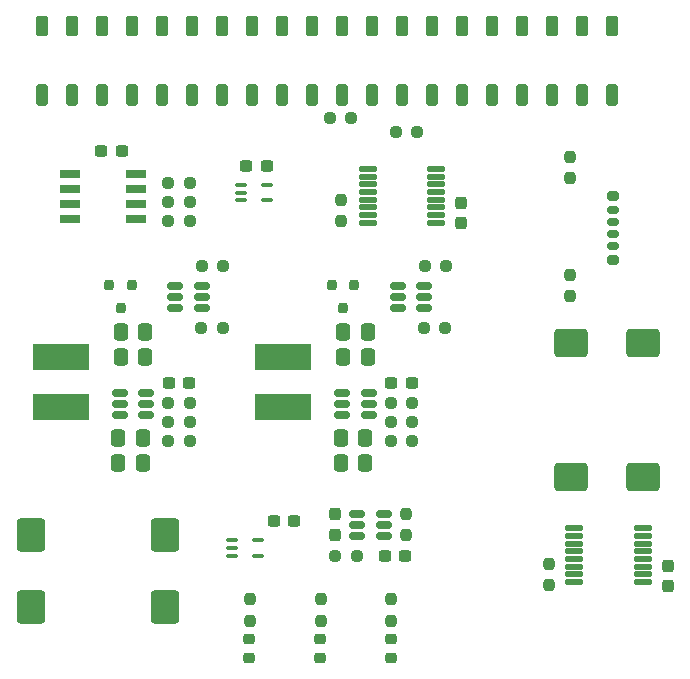
<source format=gtp>
G04 #@! TF.GenerationSoftware,KiCad,Pcbnew,8.0.9-8.0.9-0~ubuntu24.04.1*
G04 #@! TF.CreationDate,2025-06-14T07:54:04+02:00*
G04 #@! TF.ProjectId,rpi_power_warden_hat,7270695f-706f-4776-9572-5f7761726465,rev?*
G04 #@! TF.SameCoordinates,Original*
G04 #@! TF.FileFunction,Paste,Top*
G04 #@! TF.FilePolarity,Positive*
%FSLAX46Y46*%
G04 Gerber Fmt 4.6, Leading zero omitted, Abs format (unit mm)*
G04 Created by KiCad (PCBNEW 8.0.9-8.0.9-0~ubuntu24.04.1) date 2025-06-14 07:54:04*
%MOMM*%
%LPD*%
G01*
G04 APERTURE LIST*
G04 Aperture macros list*
%AMRoundRect*
0 Rectangle with rounded corners*
0 $1 Rounding radius*
0 $2 $3 $4 $5 $6 $7 $8 $9 X,Y pos of 4 corners*
0 Add a 4 corners polygon primitive as box body*
4,1,4,$2,$3,$4,$5,$6,$7,$8,$9,$2,$3,0*
0 Add four circle primitives for the rounded corners*
1,1,$1+$1,$2,$3*
1,1,$1+$1,$4,$5*
1,1,$1+$1,$6,$7*
1,1,$1+$1,$8,$9*
0 Add four rect primitives between the rounded corners*
20,1,$1+$1,$2,$3,$4,$5,0*
20,1,$1+$1,$4,$5,$6,$7,0*
20,1,$1+$1,$6,$7,$8,$9,0*
20,1,$1+$1,$8,$9,$2,$3,0*%
G04 Aperture macros list end*
%ADD10RoundRect,0.100000X-0.375000X-0.100000X0.375000X-0.100000X0.375000X0.100000X-0.375000X0.100000X0*%
%ADD11RoundRect,0.237500X0.250000X0.237500X-0.250000X0.237500X-0.250000X-0.237500X0.250000X-0.237500X0*%
%ADD12RoundRect,0.237500X-0.250000X-0.237500X0.250000X-0.237500X0.250000X0.237500X-0.250000X0.237500X0*%
%ADD13RoundRect,0.250000X-0.337500X-0.475000X0.337500X-0.475000X0.337500X0.475000X-0.337500X0.475000X0*%
%ADD14RoundRect,0.237500X-0.237500X0.250000X-0.237500X-0.250000X0.237500X-0.250000X0.237500X0.250000X0*%
%ADD15RoundRect,0.218750X0.256250X-0.218750X0.256250X0.218750X-0.256250X0.218750X-0.256250X-0.218750X0*%
%ADD16RoundRect,0.237500X0.237500X-0.250000X0.237500X0.250000X-0.237500X0.250000X-0.237500X-0.250000X0*%
%ADD17RoundRect,0.197368X2.202632X-0.927632X2.202632X0.927632X-2.202632X0.927632X-2.202632X-0.927632X0*%
%ADD18RoundRect,0.200000X-0.200000X0.250000X-0.200000X-0.250000X0.200000X-0.250000X0.200000X0.250000X0*%
%ADD19RoundRect,0.150000X-0.512500X-0.150000X0.512500X-0.150000X0.512500X0.150000X-0.512500X0.150000X0*%
%ADD20RoundRect,0.237500X-0.300000X-0.237500X0.300000X-0.237500X0.300000X0.237500X-0.300000X0.237500X0*%
%ADD21RoundRect,0.175000X0.325000X-0.175000X0.325000X0.175000X-0.325000X0.175000X-0.325000X-0.175000X0*%
%ADD22RoundRect,0.200000X0.300000X-0.200000X0.300000X0.200000X-0.300000X0.200000X-0.300000X-0.200000X0*%
%ADD23RoundRect,0.300000X1.100000X-0.900000X1.100000X0.900000X-1.100000X0.900000X-1.100000X-0.900000X0*%
%ADD24RoundRect,0.150000X0.360000X0.740000X-0.360000X0.740000X-0.360000X-0.740000X0.360000X-0.740000X0*%
%ADD25RoundRect,0.150000X0.360000X0.705000X-0.360000X0.705000X-0.360000X-0.705000X0.360000X-0.705000X0*%
%ADD26RoundRect,0.237500X0.237500X-0.300000X0.237500X0.300000X-0.237500X0.300000X-0.237500X-0.300000X0*%
%ADD27RoundRect,0.150000X0.512500X0.150000X-0.512500X0.150000X-0.512500X-0.150000X0.512500X-0.150000X0*%
%ADD28RoundRect,0.237500X0.300000X0.237500X-0.300000X0.237500X-0.300000X-0.237500X0.300000X-0.237500X0*%
%ADD29RoundRect,0.300000X-0.900000X-1.100000X0.900000X-1.100000X0.900000X1.100000X-0.900000X1.100000X0*%
%ADD30RoundRect,0.081250X-0.793750X-0.243750X0.793750X-0.243750X0.793750X0.243750X-0.793750X0.243750X0*%
%ADD31RoundRect,0.237500X-0.237500X0.300000X-0.237500X-0.300000X0.237500X-0.300000X0.237500X0.300000X0*%
%ADD32RoundRect,0.112500X-0.637500X-0.112500X0.637500X-0.112500X0.637500X0.112500X-0.637500X0.112500X0*%
G04 APERTURE END LIST*
D10*
X152174279Y-84488321D03*
X152174279Y-85138321D03*
X152174279Y-85788321D03*
X154374279Y-85788321D03*
X154374279Y-84488321D03*
X151374279Y-114588321D03*
X151374279Y-115238321D03*
X151374279Y-115888321D03*
X153574279Y-115888321D03*
X153574279Y-114588321D03*
D11*
X166660780Y-104534121D03*
X164835780Y-104534121D03*
D12*
X159661779Y-78838321D03*
X161486779Y-78838321D03*
D13*
X160611059Y-105889200D03*
X162686059Y-105889200D03*
D14*
X152889279Y-119584021D03*
X152889279Y-121409021D03*
D11*
X147804679Y-87572094D03*
X145979679Y-87572094D03*
D15*
X152863879Y-124509821D03*
X152863879Y-122934821D03*
D16*
X178252079Y-118399621D03*
X178252079Y-116574621D03*
D13*
X160611059Y-108048200D03*
X162686059Y-108048200D03*
D12*
X164835780Y-106159721D03*
X166660780Y-106159721D03*
D11*
X150664579Y-91332921D03*
X148839579Y-91332921D03*
D17*
X136901479Y-103289921D03*
X136901479Y-99039921D03*
D18*
X142901479Y-92922521D03*
X141001479Y-92922521D03*
X141951479Y-94922521D03*
D11*
X169436580Y-96589121D03*
X167611580Y-96589121D03*
D19*
X160716759Y-102072400D03*
X160716759Y-103022400D03*
X160716759Y-103972400D03*
X162986759Y-103972400D03*
X162986759Y-103022400D03*
X162986759Y-102072400D03*
D12*
X160133879Y-115922721D03*
X161958879Y-115922721D03*
D11*
X169511180Y-91332921D03*
X167686180Y-91332921D03*
D13*
X141955379Y-99060521D03*
X144030379Y-99060521D03*
D16*
X160574279Y-87550821D03*
X160574279Y-85725821D03*
D19*
X141870158Y-102072400D03*
X141870158Y-103022400D03*
X141870158Y-103972400D03*
X144140158Y-103972400D03*
X144140158Y-103022400D03*
X144140158Y-102072400D03*
X161994400Y-112331121D03*
X161994400Y-113281121D03*
X161994400Y-114231121D03*
X164264400Y-114231121D03*
X164264400Y-113281121D03*
X164264400Y-112331121D03*
D20*
X164885780Y-101282921D03*
X166610780Y-101282921D03*
X146039179Y-101282921D03*
X147764179Y-101282921D03*
D11*
X166660780Y-102908521D03*
X164835780Y-102908521D03*
D20*
X164346900Y-115922721D03*
X166071900Y-115922721D03*
D13*
X141955379Y-96900921D03*
X144030379Y-96900921D03*
D21*
X183624279Y-88638321D03*
X183624279Y-86638321D03*
D22*
X183624279Y-85438321D03*
D21*
X183624279Y-87638321D03*
X183624279Y-89638321D03*
D22*
X183624279Y-90838321D03*
D23*
X180074279Y-109238321D03*
X186174279Y-109238321D03*
X186174279Y-97838321D03*
X180074279Y-97838321D03*
D15*
X164863879Y-124509821D03*
X164863879Y-122934821D03*
D17*
X155711759Y-103289921D03*
X155711759Y-99039921D03*
D11*
X167086779Y-80038321D03*
X165261779Y-80038321D03*
D16*
X166129400Y-114143621D03*
X166129400Y-112318621D03*
D15*
X158863879Y-124509821D03*
X158863879Y-122934821D03*
D24*
X135295599Y-76835001D03*
D25*
X135295599Y-71015001D03*
D24*
X137835599Y-76835001D03*
D25*
X137835599Y-71015001D03*
D24*
X140375599Y-76835001D03*
D25*
X140375599Y-71015001D03*
D24*
X142915599Y-76835001D03*
D25*
X142915599Y-71015001D03*
D24*
X145455599Y-76835001D03*
D25*
X145455599Y-71015001D03*
D24*
X147995599Y-76835001D03*
D25*
X147995599Y-71015001D03*
D24*
X150535599Y-76835001D03*
D25*
X150535599Y-71015001D03*
D24*
X153075599Y-76835001D03*
D25*
X153075599Y-71015001D03*
D24*
X155615599Y-76835001D03*
D25*
X155615599Y-71015001D03*
D24*
X158155599Y-76835001D03*
D25*
X158155599Y-71015001D03*
D24*
X160695599Y-76835001D03*
D25*
X160695599Y-71015001D03*
D24*
X163235599Y-76835001D03*
D25*
X163235599Y-71015001D03*
D24*
X165775599Y-76835001D03*
D25*
X165775599Y-71015001D03*
D24*
X168315599Y-76835001D03*
D25*
X168315599Y-71015001D03*
D24*
X170855599Y-76835001D03*
D25*
X170855599Y-71015001D03*
D24*
X173395599Y-76835001D03*
D25*
X173395599Y-71015001D03*
D24*
X175935599Y-76835001D03*
D25*
X175935599Y-71015001D03*
D24*
X178475599Y-76835001D03*
D25*
X178475599Y-71015001D03*
D24*
X181015599Y-76835001D03*
D25*
X181015599Y-71015001D03*
D24*
X183555599Y-76835001D03*
D25*
X183555599Y-71015001D03*
D26*
X170791080Y-87712221D03*
X170791080Y-85987221D03*
D27*
X148836279Y-94923321D03*
X148836279Y-93973321D03*
X148836279Y-93023321D03*
X146566279Y-93023321D03*
X146566279Y-93973321D03*
X146566279Y-94923321D03*
D14*
X164889279Y-119584021D03*
X164889279Y-121409021D03*
D12*
X145989179Y-106159721D03*
X147814179Y-106159721D03*
D14*
X158889279Y-119584021D03*
X158889279Y-121409021D03*
X180000000Y-82087500D03*
X180000000Y-83912500D03*
D13*
X160801980Y-99060521D03*
X162876980Y-99060521D03*
X160801980Y-96900921D03*
X162876980Y-96900921D03*
D28*
X156636779Y-112938321D03*
X154911779Y-112938321D03*
D29*
X134336779Y-114138321D03*
X134336779Y-120238321D03*
X145736779Y-120238321D03*
X145736779Y-114138321D03*
D11*
X147814179Y-104534121D03*
X145989179Y-104534121D03*
D28*
X142036779Y-81638321D03*
X140311779Y-81638321D03*
D30*
X137648079Y-83556494D03*
X137648079Y-84826494D03*
X137648079Y-86096494D03*
X137648079Y-87366494D03*
X143248079Y-87366494D03*
X143248079Y-86096494D03*
X143248079Y-84826494D03*
X143248079Y-83556494D03*
D11*
X147804679Y-85946094D03*
X145979679Y-85946094D03*
D31*
X160133879Y-112368621D03*
X160133879Y-114093621D03*
D11*
X147814179Y-102908521D03*
X145989179Y-102908521D03*
X150589979Y-96589121D03*
X148764979Y-96589121D03*
D26*
X188303879Y-118449621D03*
X188303879Y-116724621D03*
D13*
X141764458Y-105889200D03*
X143839458Y-105889200D03*
D16*
X180000000Y-93912500D03*
X180000000Y-92087500D03*
D20*
X152608958Y-82924194D03*
X154333958Y-82924194D03*
D32*
X180373279Y-113562121D03*
X180373279Y-114212121D03*
X180373279Y-114862121D03*
X180373279Y-115512121D03*
X180373279Y-116162121D03*
X180373279Y-116812121D03*
X180373279Y-117462121D03*
X180373279Y-118112121D03*
X186173279Y-118112121D03*
X186173279Y-117462121D03*
X186173279Y-116812121D03*
X186173279Y-116162121D03*
X186173279Y-115512121D03*
X186173279Y-114862121D03*
X186173279Y-114212121D03*
X186173279Y-113562121D03*
D27*
X167682880Y-94923321D03*
X167682880Y-93973321D03*
X167682880Y-93023321D03*
X165412880Y-93023321D03*
X165412880Y-93973321D03*
X165412880Y-94923321D03*
D13*
X141764458Y-108048200D03*
X143839458Y-108048200D03*
D32*
X162860480Y-83124721D03*
X162860480Y-83774721D03*
X162860480Y-84424721D03*
X162860480Y-85074721D03*
X162860480Y-85724721D03*
X162860480Y-86374721D03*
X162860480Y-87024721D03*
X162860480Y-87674721D03*
X168660480Y-87674721D03*
X168660480Y-87024721D03*
X168660480Y-86374721D03*
X168660480Y-85724721D03*
X168660480Y-85074721D03*
X168660480Y-84424721D03*
X168660480Y-83774721D03*
X168660480Y-83124721D03*
D11*
X147804679Y-84320094D03*
X145979679Y-84320094D03*
D18*
X161748080Y-92922521D03*
X159848080Y-92922521D03*
X160798080Y-94922521D03*
M02*

</source>
